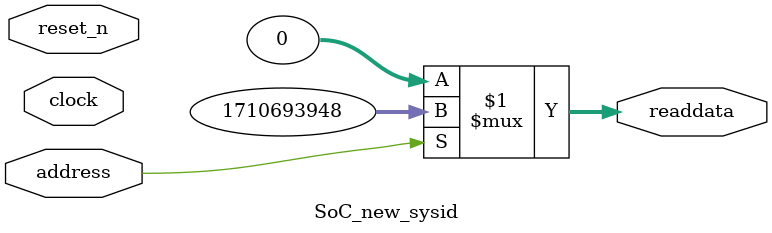
<source format=v>

`timescale 1ns / 1ps
// synthesis translate_on

// turn off superfluous verilog processor warnings 
// altera message_level Level1 
// altera message_off 10034 10035 10036 10037 10230 10240 10030 

module SoC_new_sysid (
               // inputs:
                address,
                clock,
                reset_n,

               // outputs:
                readdata
             )
;

  output  [ 31: 0] readdata;
  input            address;
  input            clock;
  input            reset_n;

  wire    [ 31: 0] readdata;
  //control_slave, which is an e_avalon_slave
  assign readdata = address ? 1710693948 : 0;

endmodule




</source>
